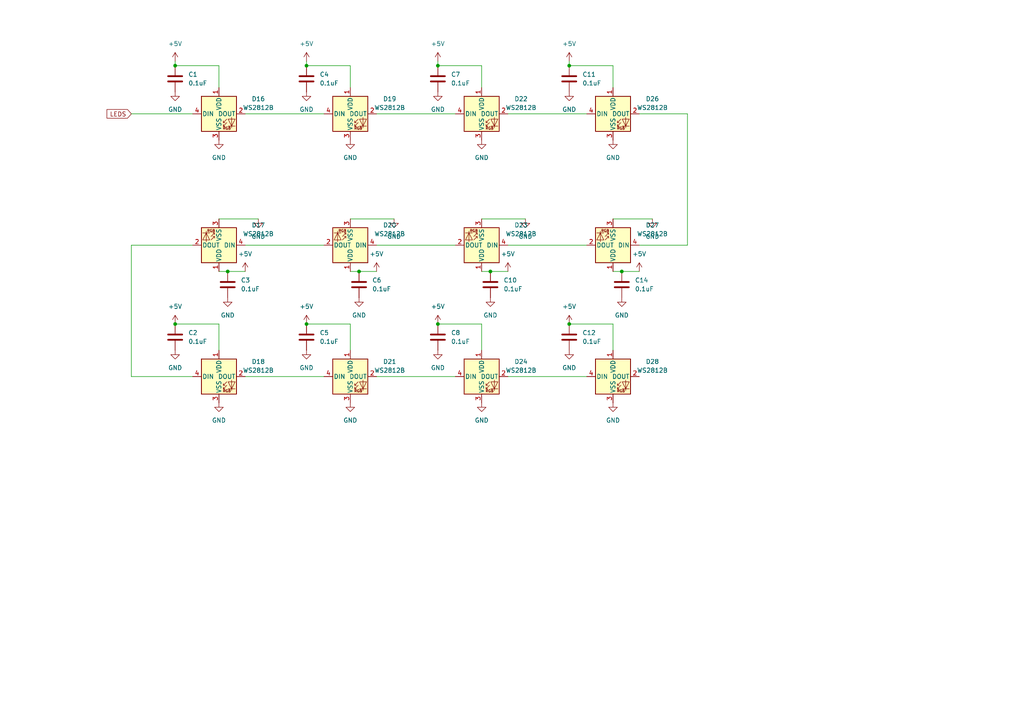
<source format=kicad_sch>
(kicad_sch (version 20211123) (generator eeschema)
  (paper "A4")
  (lib_symbols
    (symbol "Device:C" (pin_numbers hide) (pin_names (offset 0.254))
      (property "Reference" "C" (at 0.635 2.54 0))
      (property "Value" "C" (at 0.635 -2.54 0))
      (symbol "C_0_1"
        (polyline (pts (xy -2.032 -0.762) (xy 2.032 -0.762)) (stroke (width 0.508)))
        (polyline (pts (xy -2.032 0.762) (xy 2.032 0.762)) (stroke (width 0.508)))
      )
      (symbol "C_1_1"
        (pin passive line (at 0 3.81 270) (length 2.794) (name "~") (number "1"))
        (pin passive line (at 0 -3.81 90) (length 2.794) (name "~") (number "2"))
      )
    )
    (symbol "LED:WS2812B" (pin_names (offset 0.254))
      (property "Reference" "D" (at 5.08 5.715 0))
      (property "Value" "WS2812B" (at 1.27 -5.715 0))
      (symbol "WS2812B_0_0"
        (text "RGB" (at 2.286 -4.191 0) (effects (font (size 0.762 0.762))))
      )
      (symbol "WS2812B_0_1"
        (polyline (pts (xy 1.27 -3.556) (xy 1.778 -3.556)))
        (polyline (pts (xy 1.27 -2.54) (xy 1.778 -2.54)))
        (polyline (pts (xy 4.699 -3.556) (xy 2.667 -3.556)))
        (polyline (pts (xy 2.286 -2.54) (xy 1.27 -3.556) (xy 1.27 -3.048)))
        (polyline (pts (xy 2.286 -1.524) (xy 1.27 -2.54) (xy 1.27 -2.032)))
        (polyline (pts (xy 3.683 -1.016) (xy 3.683 -3.556) (xy 3.683 -4.064)))
        (polyline (pts (xy 4.699 -1.524) (xy 2.667 -1.524) (xy 3.683 -3.556) (xy 4.699 -1.524)))
        (rectangle (start 5.08 5.08) (end -5.08 -5.08) (stroke (width 0.254)) (fill (type background)))
      )
      (symbol "WS2812B_1_1"
        (pin power_in line (at 0 7.62 270) (length 2.54) (name "VDD") (number "1"))
        (pin output line (at 7.62 0 180) (length 2.54) (name "DOUT") (number "2"))
        (pin power_in line (at 0 -7.62 90) (length 2.54) (name "VSS") (number "3"))
        (pin input line (at -7.62 0 0) (length 2.54) (name "DIN") (number "4"))
      )
    )
    (symbol "power:+5V" (power) (pin_names (offset 0))
      (property "Value" "+5V" (at 0 3.556 0))
      (symbol "+5V_0_1"
        (polyline (pts (xy -0.762 1.27) (xy 0 2.54)))
        (polyline (pts (xy 0 0) (xy 0 2.54)))
        (polyline (pts (xy 0 2.54) (xy 0.762 1.27)))
      )
      (symbol "+5V_1_1"
        (pin power_in line (at 0 0 90) (length 0) hide (name "+5V") (number "1"))
      )
    )
    (symbol "power:GND" (power) (pin_names (offset 0))
      (property "Value" "GND" (at 0 -3.81 0))
      (symbol "GND_0_1"
        (polyline (pts (xy 0 0) (xy 0 -1.27) (xy 1.27 -1.27) (xy 0 -2.54) (xy -1.27 -1.27) (xy 0 -1.27)))
      )
      (symbol "GND_1_1"
        (pin power_in line (at 0 0 270) (length 0) hide (name "GND") (number "1"))
      )
    )
  )
  (junction (at 127 93.98))
  (junction (at 165.1 19.05))
  (junction (at 127 19.05))
  (junction (at 88.9 93.98))
  (junction (at 50.8 19.05))
  (junction (at 180.34 78.74))
  (junction (at 142.24 78.74))
  (junction (at 165.1 93.98))
  (junction (at 50.8 93.98))
  (junction (at 66.04 78.74))
  (junction (at 88.9 19.05))
  (junction (at 104.14 78.74))
  (wire (pts (xy 50.8 19.05) (xy 63.5 19.05)))
  (wire (pts (xy 38.1 71.12) (xy 38.1 109.22)))
  (wire (pts (xy 88.9 19.05) (xy 88.9 17.78)))
  (wire (pts (xy 71.12 109.22) (xy 93.98 109.22)))
  (wire (pts (xy 127 19.05) (xy 139.7 19.05)))
  (wire (pts (xy 139.7 63.5) (xy 152.4 63.5)))
  (wire (pts (xy 180.34 78.74) (xy 185.42 78.74)))
  (wire (pts (xy 165.1 19.05) (xy 177.8 19.05)))
  (wire (pts (xy 147.32 71.12) (xy 170.18 71.12)))
  (wire (pts (xy 177.8 78.74) (xy 180.34 78.74)))
  (wire (pts (xy 127 93.98) (xy 139.7 93.98)))
  (wire (pts (xy 165.1 93.98) (xy 177.8 93.98)))
  (wire (pts (xy 109.22 71.12) (xy 132.08 71.12)))
  (wire (pts (xy 101.6 93.98) (xy 101.6 101.6)))
  (wire (pts (xy 177.8 19.05) (xy 177.8 25.4)))
  (wire (pts (xy 104.14 78.74) (xy 101.6 78.74)))
  (wire (pts (xy 109.22 109.22) (xy 132.08 109.22)))
  (wire (pts (xy 185.42 33.02) (xy 199.39 33.02)))
  (wire (pts (xy 38.1 33.02) (xy 55.88 33.02)))
  (wire (pts (xy 63.5 63.5) (xy 74.93 63.5)))
  (wire (pts (xy 55.88 71.12) (xy 38.1 71.12)))
  (wire (pts (xy 139.7 19.05) (xy 139.7 25.4)))
  (wire (pts (xy 101.6 19.05) (xy 101.6 25.4)))
  (wire (pts (xy 71.12 33.02) (xy 93.98 33.02)))
  (wire (pts (xy 177.8 63.5) (xy 189.23 63.5)))
  (wire (pts (xy 88.9 19.05) (xy 101.6 19.05)))
  (wire (pts (xy 50.8 19.05) (xy 50.8 17.78)))
  (wire (pts (xy 104.14 78.74) (xy 109.22 78.74)))
  (wire (pts (xy 177.8 93.98) (xy 177.8 101.6)))
  (wire (pts (xy 185.42 71.12) (xy 199.39 71.12)))
  (wire (pts (xy 142.24 78.74) (xy 139.7 78.74)))
  (wire (pts (xy 147.32 109.22) (xy 170.18 109.22)))
  (wire (pts (xy 147.32 33.02) (xy 170.18 33.02)))
  (wire (pts (xy 66.04 78.74) (xy 63.5 78.74)))
  (wire (pts (xy 66.04 78.74) (xy 71.12 78.74)))
  (wire (pts (xy 63.5 19.05) (xy 63.5 25.4)))
  (wire (pts (xy 139.7 93.98) (xy 139.7 101.6)))
  (wire (pts (xy 38.1 109.22) (xy 55.88 109.22)))
  (wire (pts (xy 71.12 71.12) (xy 93.98 71.12)))
  (wire (pts (xy 88.9 93.98) (xy 101.6 93.98)))
  (wire (pts (xy 63.5 93.98) (xy 63.5 101.6)))
  (wire (pts (xy 142.24 78.74) (xy 147.32 78.74)))
  (wire (pts (xy 165.1 19.05) (xy 165.1 17.78)))
  (wire (pts (xy 109.22 33.02) (xy 132.08 33.02)))
  (wire (pts (xy 50.8 93.98) (xy 63.5 93.98)))
  (wire (pts (xy 101.6 63.5) (xy 114.3 63.5)))
  (wire (pts (xy 199.39 33.02) (xy 199.39 71.12)))
  (wire (pts (xy 127 19.05) (xy 127 17.78)))
  (global_label "LEDS" (shape input) (at 38.1 33.02 180) (property "Intersheet References" "${INTERSHEET_REFS}" (effects hide)))
  (symbol (lib_id "LED:WS2812B") (at 139.7 71.12 180) (unit 1)
    (property "Reference" "D23" (at 151.13 65.2905 0))
    (property "Value" "WS2812B" (at 151.13 67.8305 0))
    (property "Footprint" "LED_SMD:LED_WS2812B_PLCC4_5.0x5.0mm_P3.2mm" (effects hide))
    (property "Datasheet" "https://cdn-shop.adafruit.com/datasheets/WS2812B.pdf" (effects hide))
  )
  (symbol (lib_id "LED:WS2812B") (at 63.5 33.02 0) (unit 1)
    (property "Reference" "D16" (at 74.93 28.6893 0))
    (property "Value" "WS2812B" (at 74.93 31.2293 0))
    (property "Footprint" "LED_SMD:LED_WS2812B_PLCC4_5.0x5.0mm_P3.2mm" (effects hide))
    (property "Datasheet" "https://cdn-shop.adafruit.com/datasheets/WS2812B.pdf" (effects hide))
  )
  (symbol (lib_id "power:+5V") (at 165.1 93.98 0) (unit 1)
    (property "Reference" "#PWR0103" (effects hide))
    (property "Value" "+5V" (at 165.1 88.9 0))
  )
  (symbol (lib_id "power:+5V") (at 127 17.78 0) (unit 1)
    (property "Reference" "#PWR0137" (effects hide))
    (property "Value" "+5V" (at 127 12.7 0))
  )
  (symbol (lib_id "power:GND") (at 101.6 116.84 0) (unit 1)
    (property "Reference" "#PWR0149" (effects hide))
    (property "Value" "GND" (at 101.6 121.92 0))
  )
  (symbol (lib_id "power:GND") (at 165.1 101.6 0) (unit 1)
    (property "Reference" "#PWR0104" (effects hide))
    (property "Value" "GND" (at 165.1 106.68 0))
  )
  (symbol (lib_id "LED:WS2812B") (at 101.6 109.22 0) (unit 1)
    (property "Reference" "D21" (at 113.03 104.8893 0))
    (property "Value" "WS2812B" (at 113.03 107.4293 0))
    (property "Footprint" "LED_SMD:LED_WS2812B_PLCC4_5.0x5.0mm_P3.2mm" (effects hide))
    (property "Datasheet" "https://cdn-shop.adafruit.com/datasheets/WS2812B.pdf" (effects hide))
  )
  (symbol (lib_id "power:GND") (at 177.8 40.64 0) (unit 1)
    (property "Reference" "#PWR0120" (effects hide))
    (property "Value" "GND" (at 177.8 45.72 0))
  )
  (symbol (lib_id "LED:WS2812B") (at 101.6 33.02 0) (unit 1)
    (property "Reference" "D19" (at 113.03 28.6893 0))
    (property "Value" "WS2812B" (at 113.03 31.2293 0))
    (property "Footprint" "LED_SMD:LED_WS2812B_PLCC4_5.0x5.0mm_P3.2mm" (effects hide))
    (property "Datasheet" "https://cdn-shop.adafruit.com/datasheets/WS2812B.pdf" (effects hide))
  )
  (symbol (lib_id "power:+5V") (at 147.32 78.74 0) (unit 1)
    (property "Reference" "#PWR0108" (effects hide))
    (property "Value" "+5V" (at 147.32 73.66 0))
  )
  (symbol (lib_id "power:+5V") (at 88.9 17.78 0) (unit 1)
    (property "Reference" "#PWR0131" (effects hide))
    (property "Value" "+5V" (at 88.9 12.7 0))
  )
  (symbol (lib_id "power:+5V") (at 50.8 17.78 0) (unit 1)
    (property "Reference" "#PWR0133" (effects hide))
    (property "Value" "+5V" (at 50.8 12.7 0))
  )
  (symbol (lib_id "power:GND") (at 50.8 101.6 0) (unit 1)
    (property "Reference" "#PWR0154" (effects hide))
    (property "Value" "GND" (at 50.8 106.68 0))
  )
  (symbol (lib_id "power:+5V") (at 127 93.98 0) (unit 1)
    (property "Reference" "#PWR0105" (effects hide))
    (property "Value" "+5V" (at 127 88.9 0))
  )
  (symbol (lib_id "Device:C") (at 66.04 82.55 0) (unit 1)
    (property "Reference" "C3" (at 69.85 81.2799 0) (effects (justify left)))
    (property "Value" "0.1uF" (at 69.85 83.8199 0) (effects (justify left)))
    (property "Footprint" "Capacitor_SMD:C_0805_2012Metric_Pad1.18x1.45mm_HandSolder" (effects hide))
  )
  (symbol (lib_id "Device:C") (at 104.14 82.55 0) (unit 1)
    (property "Reference" "C6" (at 107.95 81.2799 0) (effects (justify left)))
    (property "Value" "0.1uF" (at 107.95 83.8199 0) (effects (justify left)))
    (property "Footprint" "Capacitor_SMD:C_0805_2012Metric_Pad1.18x1.45mm_HandSolder" (effects hide))
  )
  (symbol (lib_id "Device:C") (at 50.8 22.86 0) (unit 1)
    (property "Reference" "C1" (at 54.61 21.5899 0) (effects (justify left)))
    (property "Value" "0.1uF" (at 54.61 24.1299 0) (effects (justify left)))
    (property "Footprint" "Capacitor_SMD:C_0805_2012Metric_Pad1.18x1.45mm_HandSolder" (effects hide))
  )
  (symbol (lib_id "power:GND") (at 50.8 26.67 0) (unit 1)
    (property "Reference" "#PWR0134" (effects hide))
    (property "Value" "GND" (at 50.8 31.75 0))
  )
  (symbol (lib_id "Device:C") (at 88.9 22.86 0) (unit 1)
    (property "Reference" "C4" (at 92.71 21.5899 0) (effects (justify left)))
    (property "Value" "0.1uF" (at 92.71 24.1299 0) (effects (justify left)))
    (property "Footprint" "Capacitor_SMD:C_0805_2012Metric_Pad1.18x1.45mm_HandSolder" (effects hide))
  )
  (symbol (lib_id "Device:C") (at 50.8 97.79 0) (unit 1)
    (property "Reference" "C2" (at 54.61 96.5199 0) (effects (justify left)))
    (property "Value" "0.1uF" (at 54.61 99.0599 0) (effects (justify left)))
    (property "Footprint" "Capacitor_SMD:C_0805_2012Metric_Pad1.18x1.45mm_HandSolder" (effects hide))
  )
  (symbol (lib_id "Device:C") (at 165.1 22.86 0) (unit 1)
    (property "Reference" "C11" (at 168.91 21.5899 0) (effects (justify left)))
    (property "Value" "0.1uF" (at 168.91 24.1299 0) (effects (justify left)))
    (property "Footprint" "Capacitor_SMD:C_0805_2012Metric_Pad1.18x1.45mm_HandSolder" (effects hide))
  )
  (symbol (lib_id "LED:WS2812B") (at 177.8 109.22 0) (unit 1)
    (property "Reference" "D28" (at 189.23 104.8893 0))
    (property "Value" "WS2812B" (at 189.23 107.4293 0))
    (property "Footprint" "LED_SMD:LED_WS2812B_PLCC4_5.0x5.0mm_P3.2mm" (effects hide))
    (property "Datasheet" "https://cdn-shop.adafruit.com/datasheets/WS2812B.pdf" (effects hide))
  )
  (symbol (lib_id "power:GND") (at 165.1 26.67 0) (unit 1)
    (property "Reference" "#PWR0127" (effects hide))
    (property "Value" "GND" (at 165.1 31.75 0))
  )
  (symbol (lib_id "power:GND") (at 104.14 86.36 0) (unit 1)
    (property "Reference" "#PWR0106" (effects hide))
    (property "Value" "GND" (at 104.14 91.44 0))
  )
  (symbol (lib_id "power:GND") (at 74.93 63.5 0) (unit 1)
    (property "Reference" "#PWR0151" (effects hide))
    (property "Value" "GND" (at 74.93 68.58 0))
  )
  (symbol (lib_id "power:GND") (at 177.8 116.84 0) (unit 1)
    (property "Reference" "#PWR0112" (effects hide))
    (property "Value" "GND" (at 177.8 121.92 0))
  )
  (symbol (lib_id "power:GND") (at 66.04 86.36 0) (unit 1)
    (property "Reference" "#PWR0147" (effects hide))
    (property "Value" "GND" (at 66.04 91.44 0))
  )
  (symbol (lib_id "power:GND") (at 139.7 40.64 0) (unit 1)
    (property "Reference" "#PWR0129" (effects hide))
    (property "Value" "GND" (at 139.7 45.72 0))
  )
  (symbol (lib_id "LED:WS2812B") (at 63.5 71.12 180) (unit 1)
    (property "Reference" "D17" (at 74.93 65.2905 0))
    (property "Value" "WS2812B" (at 74.93 67.8305 0))
    (property "Footprint" "LED_SMD:LED_WS2812B_PLCC4_5.0x5.0mm_P3.2mm" (effects hide))
    (property "Datasheet" "https://cdn-shop.adafruit.com/datasheets/WS2812B.pdf" (effects hide))
  )
  (symbol (lib_id "LED:WS2812B") (at 139.7 33.02 0) (unit 1)
    (property "Reference" "D22" (at 151.13 28.6893 0))
    (property "Value" "WS2812B" (at 151.13 31.2293 0))
    (property "Footprint" "LED_SMD:LED_WS2812B_PLCC4_5.0x5.0mm_P3.2mm" (effects hide))
    (property "Datasheet" "https://cdn-shop.adafruit.com/datasheets/WS2812B.pdf" (effects hide))
  )
  (symbol (lib_id "power:GND") (at 114.3 63.5 0) (unit 1)
    (property "Reference" "#PWR0109" (effects hide))
    (property "Value" "GND" (at 114.3 68.58 0))
  )
  (symbol (lib_id "power:GND") (at 139.7 116.84 0) (unit 1)
    (property "Reference" "#PWR0115" (effects hide))
    (property "Value" "GND" (at 139.7 121.92 0))
  )
  (symbol (lib_id "power:GND") (at 127 26.67 0) (unit 1)
    (property "Reference" "#PWR0136" (effects hide))
    (property "Value" "GND" (at 127 31.75 0))
  )
  (symbol (lib_id "power:+5V") (at 165.1 17.78 0) (unit 1)
    (property "Reference" "#PWR0128" (effects hide))
    (property "Value" "+5V" (at 165.1 12.7 0))
  )
  (symbol (lib_id "Device:C") (at 165.1 97.79 0) (unit 1)
    (property "Reference" "C12" (at 168.91 96.5199 0) (effects (justify left)))
    (property "Value" "0.1uF" (at 168.91 99.0599 0) (effects (justify left)))
    (property "Footprint" "Capacitor_SMD:C_0805_2012Metric_Pad1.18x1.45mm_HandSolder" (effects hide))
  )
  (symbol (lib_id "power:GND") (at 63.5 40.64 0) (unit 1)
    (property "Reference" "#PWR0130" (effects hide))
    (property "Value" "GND" (at 63.5 45.72 0))
  )
  (symbol (lib_id "power:GND") (at 101.6 40.64 0) (unit 1)
    (property "Reference" "#PWR0135" (effects hide))
    (property "Value" "GND" (at 101.6 45.72 0))
  )
  (symbol (lib_id "Device:C") (at 88.9 97.79 0) (unit 1)
    (property "Reference" "C5" (at 92.71 96.5199 0) (effects (justify left)))
    (property "Value" "0.1uF" (at 92.71 99.0599 0) (effects (justify left)))
    (property "Footprint" "Capacitor_SMD:C_0805_2012Metric_Pad1.18x1.45mm_HandSolder" (effects hide))
  )
  (symbol (lib_id "power:+5V") (at 185.42 78.74 0) (unit 1)
    (property "Reference" "#PWR0122" (effects hide))
    (property "Value" "+5V" (at 185.42 73.66 0))
  )
  (symbol (lib_id "power:+5V") (at 88.9 93.98 0) (unit 1)
    (property "Reference" "#PWR0146" (effects hide))
    (property "Value" "+5V" (at 88.9 88.9 0))
  )
  (symbol (lib_id "power:GND") (at 180.34 86.36 0) (unit 1)
    (property "Reference" "#PWR0111" (effects hide))
    (property "Value" "GND" (at 180.34 91.44 0))
  )
  (symbol (lib_id "power:GND") (at 63.5 116.84 0) (unit 1)
    (property "Reference" "#PWR0148" (effects hide))
    (property "Value" "GND" (at 63.5 121.92 0))
  )
  (symbol (lib_id "power:GND") (at 152.4 63.5 0) (unit 1)
    (property "Reference" "#PWR0107" (effects hide))
    (property "Value" "GND" (at 152.4 68.58 0))
  )
  (symbol (lib_id "power:+5V") (at 109.22 78.74 0) (unit 1)
    (property "Reference" "#PWR0110" (effects hide))
    (property "Value" "+5V" (at 109.22 73.66 0))
  )
  (symbol (lib_id "LED:WS2812B") (at 139.7 109.22 0) (unit 1)
    (property "Reference" "D24" (at 151.13 104.8893 0))
    (property "Value" "WS2812B" (at 151.13 107.4293 0))
    (property "Footprint" "LED_SMD:LED_WS2812B_PLCC4_5.0x5.0mm_P3.2mm" (effects hide))
    (property "Datasheet" "https://cdn-shop.adafruit.com/datasheets/WS2812B.pdf" (effects hide))
  )
  (symbol (lib_id "Device:C") (at 127 97.79 0) (unit 1)
    (property "Reference" "C8" (at 130.81 96.5199 0) (effects (justify left)))
    (property "Value" "0.1uF" (at 130.81 99.0599 0) (effects (justify left)))
    (property "Footprint" "Capacitor_SMD:C_0805_2012Metric_Pad1.18x1.45mm_HandSolder" (effects hide))
  )
  (symbol (lib_id "LED:WS2812B") (at 177.8 71.12 180) (unit 1)
    (property "Reference" "D27" (at 189.23 65.2905 0))
    (property "Value" "WS2812B" (at 189.23 67.8305 0))
    (property "Footprint" "LED_SMD:LED_WS2812B_PLCC4_5.0x5.0mm_P3.2mm" (effects hide))
    (property "Datasheet" "https://cdn-shop.adafruit.com/datasheets/WS2812B.pdf" (effects hide))
  )
  (symbol (lib_id "power:+5V") (at 50.8 93.98 0) (unit 1)
    (property "Reference" "#PWR0153" (effects hide))
    (property "Value" "+5V" (at 50.8 88.9 0))
  )
  (symbol (lib_id "LED:WS2812B") (at 63.5 109.22 0) (unit 1)
    (property "Reference" "D18" (at 74.93 104.8893 0))
    (property "Value" "WS2812B" (at 74.93 107.4293 0))
    (property "Footprint" "LED_SMD:LED_WS2812B_PLCC4_5.0x5.0mm_P3.2mm" (effects hide))
    (property "Datasheet" "https://cdn-shop.adafruit.com/datasheets/WS2812B.pdf" (effects hide))
  )
  (symbol (lib_id "LED:WS2812B") (at 177.8 33.02 0) (unit 1)
    (property "Reference" "D26" (at 189.23 28.6893 0))
    (property "Value" "WS2812B" (at 189.23 31.2293 0))
    (property "Footprint" "LED_SMD:LED_WS2812B_PLCC4_5.0x5.0mm_P3.2mm" (effects hide))
    (property "Datasheet" "https://cdn-shop.adafruit.com/datasheets/WS2812B.pdf" (effects hide))
  )
  (symbol (lib_id "LED:WS2812B") (at 101.6 71.12 180) (unit 1)
    (property "Reference" "D20" (at 113.03 65.2905 0))
    (property "Value" "WS2812B" (at 113.03 67.8305 0))
    (property "Footprint" "LED_SMD:LED_WS2812B_PLCC4_5.0x5.0mm_P3.2mm" (effects hide))
    (property "Datasheet" "https://cdn-shop.adafruit.com/datasheets/WS2812B.pdf" (effects hide))
  )
  (symbol (lib_id "power:GND") (at 88.9 26.67 0) (unit 1)
    (property "Reference" "#PWR0132" (effects hide))
    (property "Value" "GND" (at 88.9 31.75 0))
  )
  (symbol (lib_id "power:+5V") (at 71.12 78.74 0) (unit 1)
    (property "Reference" "#PWR0152" (effects hide))
    (property "Value" "+5V" (at 71.12 73.66 0))
  )
  (symbol (lib_id "Device:C") (at 142.24 82.55 0) (unit 1)
    (property "Reference" "C10" (at 146.05 81.2799 0) (effects (justify left)))
    (property "Value" "0.1uF" (at 146.05 83.8199 0) (effects (justify left)))
    (property "Footprint" "Capacitor_SMD:C_0805_2012Metric_Pad1.18x1.45mm_HandSolder" (effects hide))
  )
  (symbol (lib_id "power:GND") (at 142.24 86.36 0) (unit 1)
    (property "Reference" "#PWR0102" (effects hide))
    (property "Value" "GND" (at 142.24 91.44 0))
  )
  (symbol (lib_id "power:GND") (at 127 101.6 0) (unit 1)
    (property "Reference" "#PWR0101" (effects hide))
    (property "Value" "GND" (at 127 106.68 0))
  )
  (symbol (lib_id "Device:C") (at 180.34 82.55 0) (unit 1)
    (property "Reference" "C14" (at 184.15 81.2799 0) (effects (justify left)))
    (property "Value" "0.1uF" (at 184.15 83.8199 0) (effects (justify left)))
    (property "Footprint" "Capacitor_SMD:C_0805_2012Metric_Pad1.18x1.45mm_HandSolder" (effects hide))
  )
  (symbol (lib_id "power:GND") (at 189.23 63.5 0) (unit 1)
    (property "Reference" "#PWR0123" (effects hide))
    (property "Value" "GND" (at 189.23 68.58 0))
  )
  (symbol (lib_id "power:GND") (at 88.9 101.6 0) (unit 1)
    (property "Reference" "#PWR0150" (effects hide))
    (property "Value" "GND" (at 88.9 106.68 0))
  )
  (symbol (lib_id "Device:C") (at 127 22.86 0) (unit 1)
    (property "Reference" "C7" (at 130.81 21.5899 0) (effects (justify left)))
    (property "Value" "0.1uF" (at 130.81 24.1299 0) (effects (justify left)))
    (property "Footprint" "Capacitor_SMD:C_0805_2012Metric_Pad1.18x1.45mm_HandSolder" (effects hide))
  )
)
</source>
